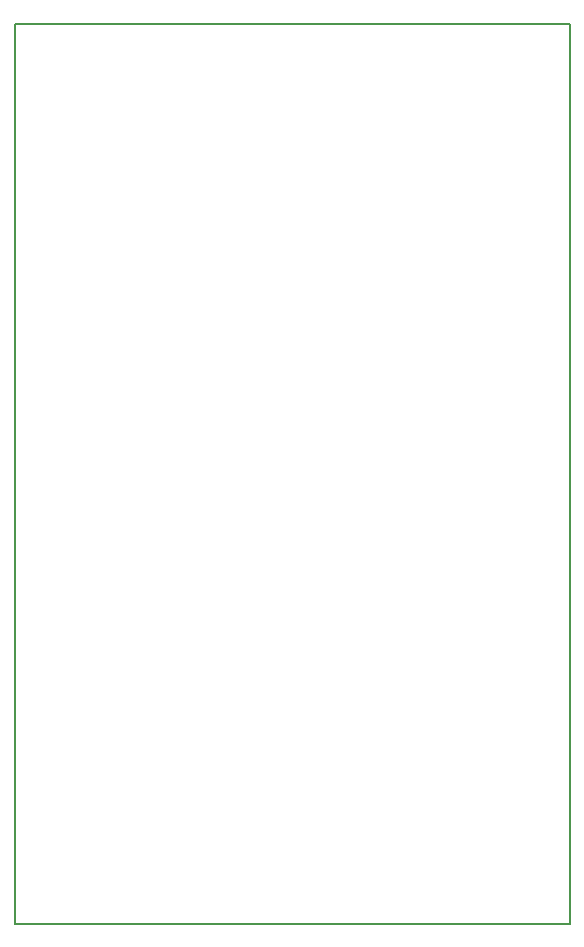
<source format=gbr>
G04 #@! TF.GenerationSoftware,KiCad,Pcbnew,5.0.1-33cea8e~68~ubuntu18.04.1*
G04 #@! TF.CreationDate,2018-11-12T23:59:36+00:00*
G04 #@! TF.ProjectId,h-bridge,682D6272696467652E6B696361645F70,rev?*
G04 #@! TF.SameCoordinates,Original*
G04 #@! TF.FileFunction,Profile,NP*
%FSLAX46Y46*%
G04 Gerber Fmt 4.6, Leading zero omitted, Abs format (unit mm)*
G04 Created by KiCad (PCBNEW 5.0.1-33cea8e~68~ubuntu18.04.1) date Mon 12 Nov 2018 23:59:36 GMT*
%MOMM*%
%LPD*%
G01*
G04 APERTURE LIST*
%ADD10C,0.150000*%
G04 APERTURE END LIST*
D10*
X148590000Y-76200000D02*
X101600000Y-76200000D01*
X148590000Y-152400000D02*
X148590000Y-76200000D01*
X101600000Y-152400000D02*
X148590000Y-152400000D01*
X101600000Y-76200000D02*
X101600000Y-152400000D01*
M02*

</source>
